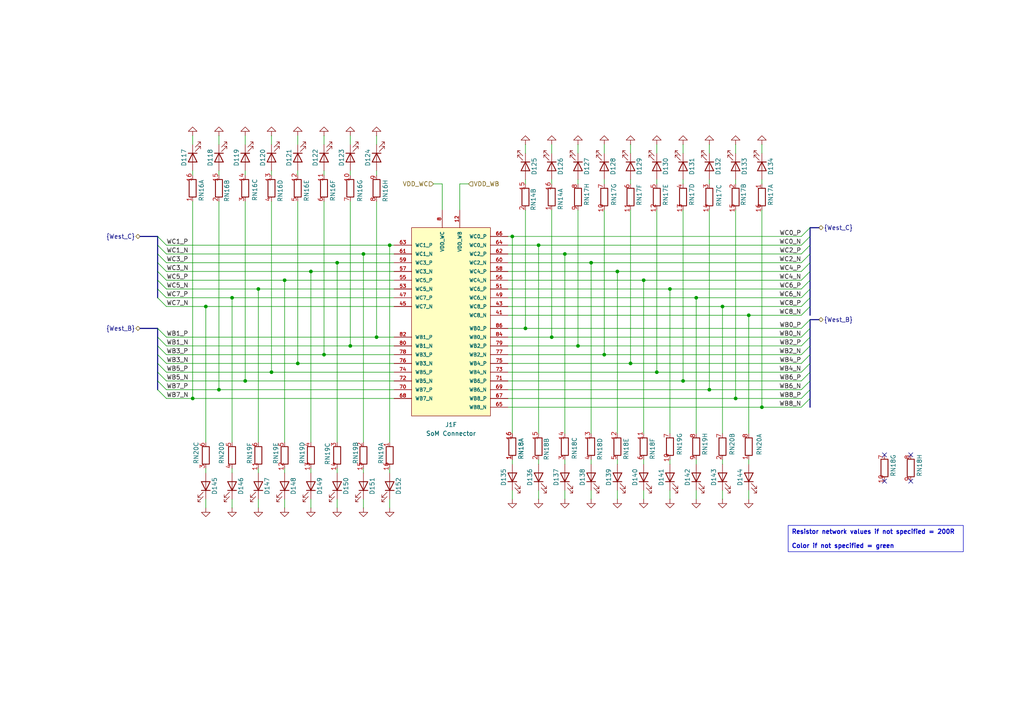
<source format=kicad_sch>
(kicad_sch (version 20231120) (generator "eeschema") (generator_version "8.0")
  (paper "A4")
  (title_block (title "SoM Programmer & Tester") (date "2024-12-20") (rev "0.1") (company "Technische Hochschule Köln") (comment 1 "Felix Sebastian Nitz"))
  (junction (at 167.64 100.33))
  (junction (at 194.31 83.82))
  (junction (at 152.4 95.25))
  (junction (at 74.93 83.82))
  (junction (at 156.21 71.12))
  (junction (at 201.93 86.36))
  (junction (at 71.12 110.49))
  (junction (at 160.02 97.79))
  (junction (at 182.88 105.41))
  (junction (at 148.59 68.58))
  (junction (at 198.12 110.49))
  (junction (at 78.74 107.95))
  (junction (at 186.69 81.28))
  (junction (at 209.55 88.9))
  (junction (at 93.98 102.87))
  (junction (at 63.5 113.03))
  (junction (at 59.69 88.9))
  (junction (at 82.55 81.28))
  (junction (at 55.88 115.57))
  (junction (at 171.45 76.2))
  (junction (at 67.31 86.36))
  (junction (at 105.41 73.66))
  (junction (at 163.83 73.66))
  (junction (at 190.5 107.95))
  (junction (at 109.22 97.79))
  (junction (at 90.17 78.74))
  (junction (at 97.79 76.2))
  (junction (at 217.17 91.44))
  (junction (at 113.03 71.12))
  (junction (at 213.36 115.57))
  (junction (at 175.26 102.87))
  (junction (at 86.36 105.41))
  (junction (at 179.07 78.74))
  (junction (at 220.98 118.11))
  (junction (at 101.6 100.33))
  (junction (at 205.74 113.03))
  (no_connect (at 264.1561 131.9288))
  (no_connect (at 256.5361 139.5488))
  (no_connect (at 256.5361 131.9288))
  (no_connect (at 264.1561 139.5488))
  (bus_entry (at 234.95 68.58) (size -2.54 2.54))
  (bus_entry (at 234.95 71.12) (size -2.54 2.54))
  (bus_entry (at 45.72 110.49) (size 2.54 2.54))
  (bus_entry (at 45.72 97.79) (size 2.54 2.54))
  (bus_entry (at 234.95 95.25) (size -2.54 2.54))
  (bus_entry (at 234.95 105.41) (size -2.54 2.54))
  (bus_entry (at 234.95 107.95) (size -2.54 2.54))
  (bus_entry (at 45.72 107.95) (size 2.54 2.54))
  (bus_entry (at 234.95 76.2) (size -2.54 2.54))
  (bus_entry (at 234.95 102.87) (size -2.54 2.54))
  (bus_entry (at 45.72 100.33) (size 2.54 2.54))
  (bus_entry (at 45.72 83.82) (size 2.54 2.54))
  (bus_entry (at 45.72 105.41) (size 2.54 2.54))
  (bus_entry (at 45.72 78.74) (size 2.54 2.54))
  (bus_entry (at 45.72 113.03) (size 2.54 2.54))
  (bus_entry (at 45.72 76.2) (size 2.54 2.54))
  (bus_entry (at 234.95 100.33) (size -2.54 2.54))
  (bus_entry (at 234.95 78.74) (size -2.54 2.54))
  (bus_entry (at 45.72 81.28) (size 2.54 2.54))
  (bus_entry (at 234.95 86.36) (size -2.54 2.54))
  (bus_entry (at 234.95 113.03) (size -2.54 2.54))
  (bus_entry (at 45.72 73.66) (size 2.54 2.54))
  (bus_entry (at 234.95 88.9) (size -2.54 2.54))
  (bus_entry (at 45.72 102.87) (size 2.54 2.54))
  (bus_entry (at 45.72 95.25) (size 2.54 2.54))
  (bus_entry (at 234.95 97.79) (size -2.54 2.54))
  (bus_entry (at 234.95 115.57) (size -2.54 2.54))
  (bus_entry (at 45.72 68.58) (size 2.54 2.54))
  (bus_entry (at 45.72 86.36) (size 2.54 2.54))
  (bus_entry (at 45.72 71.12) (size 2.54 2.54))
  (bus_entry (at 234.95 92.71) (size -2.54 2.54))
  (bus_entry (at 234.95 66.04) (size -2.54 2.54))
  (bus_entry (at 234.95 83.82) (size -2.54 2.54))
  (bus_entry (at 234.95 81.28) (size -2.54 2.54))
  (bus_entry (at 234.95 110.49) (size -2.54 2.54))
  (bus_entry (at 234.95 73.66) (size -2.54 2.54))
  (bus (pts (xy 45.72 83.82) (xy 45.72 86.36)))
  (wire (pts (xy 160.02 97.79) (xy 160.02 60.96)))
  (wire (pts (xy 160.02 53.34) (xy 160.02 52.07)))
  (wire (pts (xy 90.17 78.74) (xy 114.3 78.74)))
  (wire (pts (xy 220.98 44.45) (xy 220.98 41.91)))
  (bus (pts (xy 45.72 81.28) (xy 45.72 83.82)))
  (wire (pts (xy 171.45 76.2) (xy 232.41 76.2)))
  (wire (pts (xy 67.31 144.78) (xy 67.31 147.32)))
  (wire (pts (xy 113.03 135.89) (xy 113.03 137.16)))
  (wire (pts (xy 205.74 113.03) (xy 232.41 113.03)))
  (wire (pts (xy 71.12 110.49) (xy 71.12 58.42)))
  (wire (pts (xy 213.36 115.57) (xy 213.36 60.96)))
  (wire (pts (xy 97.79 76.2) (xy 97.79 128.27)))
  (wire (pts (xy 109.22 41.91) (xy 109.22 39.37)))
  (wire (pts (xy 171.45 133.35) (xy 171.45 134.62)))
  (wire (pts (xy 175.26 44.45) (xy 175.26 41.91)))
  (wire (pts (xy 152.4 44.45) (xy 152.4 41.91)))
  (bus (pts (xy 45.72 97.79) (xy 45.72 100.33)))
  (wire (pts (xy 209.55 88.9) (xy 209.55 125.73)))
  (wire (pts (xy 82.55 81.28) (xy 82.55 128.27)))
  (wire (pts (xy 160.02 97.79) (xy 232.41 97.79)))
  (wire (pts (xy 220.98 118.11) (xy 220.98 60.96)))
  (wire (pts (xy 163.83 73.66) (xy 163.83 125.73)))
  (wire (pts (xy 160.02 44.45) (xy 160.02 41.91)))
  (wire (pts (xy 109.22 97.79) (xy 109.22 58.42)))
  (wire (pts (xy 156.21 142.24) (xy 156.21 144.78)))
  (wire (pts (xy 201.93 86.36) (xy 201.93 125.73)))
  (wire (pts (xy 125.73 53.34) (xy 128.27 53.34)))
  (wire (pts (xy 163.83 73.66) (xy 232.41 73.66)))
  (wire (pts (xy 182.88 53.34) (xy 182.88 52.07)))
  (wire (pts (xy 190.5 107.95) (xy 190.5 60.96)))
  (wire (pts (xy 82.55 81.28) (xy 114.3 81.28)))
  (bus (pts (xy 45.72 102.87) (xy 45.72 105.41)))
  (wire (pts (xy 152.4 53.34) (xy 152.4 52.07)))
  (wire (pts (xy 179.07 142.24) (xy 179.07 144.78)))
  (wire (pts (xy 90.17 135.89) (xy 90.17 137.16)))
  (bus (pts (xy 234.95 110.49) (xy 234.95 113.03)))
  (wire (pts (xy 133.35 53.34) (xy 135.89 53.34)))
  (wire (pts (xy 201.93 133.35) (xy 201.93 134.62)))
  (wire (pts (xy 93.98 50.8) (xy 93.98 49.53)))
  (bus (pts (xy 45.72 107.95) (xy 45.72 110.49)))
  (wire (pts (xy 156.21 71.12) (xy 156.21 125.73)))
  (wire (pts (xy 147.32 113.03) (xy 205.74 113.03)))
  (wire (pts (xy 167.64 100.33) (xy 167.64 60.96)))
  (wire (pts (xy 48.26 71.12) (xy 113.03 71.12)))
  (wire (pts (xy 90.17 144.78) (xy 90.17 147.32)))
  (wire (pts (xy 55.88 115.57) (xy 55.88 58.42)))
  (bus (pts (xy 234.95 78.74) (xy 234.95 81.28)))
  (wire (pts (xy 48.26 81.28) (xy 82.55 81.28)))
  (wire (pts (xy 48.26 86.36) (xy 67.31 86.36)))
  (wire (pts (xy 209.55 142.24) (xy 209.55 144.78)))
  (wire (pts (xy 105.41 144.78) (xy 105.41 147.32)))
  (wire (pts (xy 156.21 133.35) (xy 156.21 134.62)))
  (wire (pts (xy 190.5 44.45) (xy 190.5 41.91)))
  (wire (pts (xy 175.26 102.87) (xy 175.26 60.96)))
  (wire (pts (xy 190.5 53.34) (xy 190.5 52.07)))
  (wire (pts (xy 213.36 53.34) (xy 213.36 52.07)))
  (bus (pts (xy 237.49 66.04) (xy 234.95 66.04)))
  (wire (pts (xy 167.64 44.45) (xy 167.64 41.91)))
  (wire (pts (xy 48.26 105.41) (xy 86.36 105.41)))
  (wire (pts (xy 59.69 135.89) (xy 59.69 137.16)))
  (wire (pts (xy 86.36 105.41) (xy 114.3 105.41)))
  (bus (pts (xy 45.72 71.12) (xy 45.72 73.66)))
  (wire (pts (xy 82.55 144.78) (xy 82.55 147.32)))
  (wire (pts (xy 147.32 95.25) (xy 152.4 95.25)))
  (wire (pts (xy 148.59 68.58) (xy 148.59 125.73)))
  (wire (pts (xy 101.6 41.91) (xy 101.6 39.37)))
  (bus (pts (xy 234.95 113.03) (xy 234.95 115.57)))
  (bus (pts (xy 234.95 73.66) (xy 234.95 76.2)))
  (wire (pts (xy 186.69 133.35) (xy 186.69 134.62)))
  (wire (pts (xy 86.36 105.41) (xy 86.36 58.42)))
  (wire (pts (xy 148.59 142.24) (xy 148.59 144.78)))
  (bus (pts (xy 45.72 76.2) (xy 45.72 78.74)))
  (wire (pts (xy 101.6 50.8) (xy 101.6 49.53)))
  (wire (pts (xy 205.74 113.03) (xy 205.74 60.96)))
  (bus (pts (xy 234.95 107.95) (xy 234.95 110.49)))
  (wire (pts (xy 205.74 44.45) (xy 205.74 41.91)))
  (wire (pts (xy 147.32 91.44) (xy 217.17 91.44)))
  (wire (pts (xy 48.26 100.33) (xy 101.6 100.33)))
  (bus (pts (xy 234.95 105.41) (xy 234.95 107.95)))
  (wire (pts (xy 186.69 81.28) (xy 232.41 81.28)))
  (bus (pts (xy 45.72 73.66) (xy 45.72 76.2)))
  (wire (pts (xy 147.32 88.9) (xy 209.55 88.9)))
  (bus (pts (xy 234.95 68.58) (xy 234.95 71.12)))
  (bus (pts (xy 234.95 102.87) (xy 234.95 105.41)))
  (wire (pts (xy 220.98 118.11) (xy 232.41 118.11)))
  (bus (pts (xy 45.72 105.41) (xy 45.72 107.95)))
  (bus (pts (xy 234.95 100.33) (xy 234.95 102.87)))
  (wire (pts (xy 147.32 100.33) (xy 167.64 100.33)))
  (wire (pts (xy 194.31 133.35) (xy 194.31 134.62)))
  (wire (pts (xy 105.41 73.66) (xy 114.3 73.66)))
  (wire (pts (xy 147.32 76.2) (xy 171.45 76.2)))
  (wire (pts (xy 194.31 83.82) (xy 232.41 83.82)))
  (bus (pts (xy 40.64 68.58) (xy 45.72 68.58)))
  (wire (pts (xy 113.03 144.78) (xy 113.03 147.32)))
  (wire (pts (xy 63.5 113.03) (xy 114.3 113.03)))
  (wire (pts (xy 152.4 95.25) (xy 152.4 60.96)))
  (wire (pts (xy 109.22 50.8) (xy 109.22 49.53)))
  (wire (pts (xy 78.74 107.95) (xy 114.3 107.95)))
  (wire (pts (xy 109.22 97.79) (xy 114.3 97.79)))
  (wire (pts (xy 67.31 86.36) (xy 114.3 86.36)))
  (wire (pts (xy 101.6 100.33) (xy 101.6 58.42)))
  (wire (pts (xy 86.36 41.91) (xy 86.36 39.37)))
  (wire (pts (xy 48.26 107.95) (xy 78.74 107.95)))
  (bus (pts (xy 234.95 88.9) (xy 234.95 91.44)))
  (wire (pts (xy 147.32 86.36) (xy 201.93 86.36)))
  (bus (pts (xy 234.95 92.71) (xy 234.95 95.25)))
  (wire (pts (xy 205.74 53.34) (xy 205.74 52.07)))
  (wire (pts (xy 201.93 86.36) (xy 232.41 86.36)))
  (bus (pts (xy 234.95 66.04) (xy 234.95 68.58)))
  (wire (pts (xy 48.26 97.79) (xy 109.22 97.79)))
  (bus (pts (xy 45.72 68.58) (xy 45.72 71.12)))
  (wire (pts (xy 97.79 135.89) (xy 97.79 137.16)))
  (wire (pts (xy 198.12 110.49) (xy 198.12 60.96)))
  (wire (pts (xy 147.32 115.57) (xy 213.36 115.57)))
  (bus (pts (xy 234.95 97.79) (xy 234.95 100.33)))
  (wire (pts (xy 101.6 100.33) (xy 114.3 100.33)))
  (wire (pts (xy 78.74 107.95) (xy 78.74 58.42)))
  (wire (pts (xy 147.32 71.12) (xy 156.21 71.12)))
  (wire (pts (xy 48.26 102.87) (xy 93.98 102.87)))
  (wire (pts (xy 86.36 50.8) (xy 86.36 49.53)))
  (wire (pts (xy 105.41 135.89) (xy 105.41 137.16)))
  (wire (pts (xy 147.32 110.49) (xy 198.12 110.49)))
  (wire (pts (xy 156.21 71.12) (xy 232.41 71.12)))
  (wire (pts (xy 186.69 142.24) (xy 186.69 144.78)))
  (wire (pts (xy 74.93 144.78) (xy 74.93 147.32)))
  (wire (pts (xy 74.93 135.89) (xy 74.93 137.16)))
  (wire (pts (xy 71.12 41.91) (xy 71.12 39.37)))
  (bus (pts (xy 234.95 76.2) (xy 234.95 78.74)))
  (bus (pts (xy 234.95 115.57) (xy 234.95 118.11)))
  (wire (pts (xy 90.17 78.74) (xy 90.17 128.27)))
  (wire (pts (xy 93.98 102.87) (xy 93.98 58.42)))
  (wire (pts (xy 217.17 91.44) (xy 217.17 125.73)))
  (bus (pts (xy 237.49 92.71) (xy 234.95 92.71)))
  (wire (pts (xy 78.74 41.91) (xy 78.74 39.37)))
  (wire (pts (xy 148.59 68.58) (xy 232.41 68.58)))
  (wire (pts (xy 48.26 88.9) (xy 59.69 88.9)))
  (wire (pts (xy 198.12 53.34) (xy 198.12 52.07)))
  (bus (pts (xy 45.72 95.25) (xy 45.72 97.79)))
  (bus (pts (xy 234.95 95.25) (xy 234.95 97.79)))
  (wire (pts (xy 198.12 44.45) (xy 198.12 41.91)))
  (wire (pts (xy 128.27 53.34) (xy 128.27 60.96)))
  (wire (pts (xy 201.93 142.24) (xy 201.93 144.78)))
  (wire (pts (xy 147.32 97.79) (xy 160.02 97.79)))
  (bus (pts (xy 234.95 86.36) (xy 234.95 88.9)))
  (wire (pts (xy 48.26 110.49) (xy 71.12 110.49)))
  (wire (pts (xy 179.07 78.74) (xy 232.41 78.74)))
  (wire (pts (xy 171.45 76.2) (xy 171.45 125.73)))
  (wire (pts (xy 97.79 144.78) (xy 97.79 147.32)))
  (wire (pts (xy 63.5 41.91) (xy 63.5 39.37)))
  (wire (pts (xy 48.26 115.57) (xy 55.88 115.57)))
  (wire (pts (xy 209.55 133.35) (xy 209.55 134.62)))
  (wire (pts (xy 147.32 83.82) (xy 194.31 83.82)))
  (wire (pts (xy 182.88 44.45) (xy 182.88 41.91)))
  (wire (pts (xy 147.32 68.58) (xy 148.59 68.58)))
  (wire (pts (xy 67.31 135.89) (xy 67.31 137.16)))
  (wire (pts (xy 59.69 88.9) (xy 114.3 88.9)))
  (wire (pts (xy 198.12 110.49) (xy 232.41 110.49)))
  (wire (pts (xy 182.88 105.41) (xy 232.41 105.41)))
  (wire (pts (xy 152.4 95.25) (xy 232.41 95.25)))
  (wire (pts (xy 133.35 53.34) (xy 133.35 60.96)))
  (wire (pts (xy 63.5 50.8) (xy 63.5 49.53)))
  (wire (pts (xy 147.32 107.95) (xy 190.5 107.95)))
  (wire (pts (xy 67.31 86.36) (xy 67.31 128.27)))
  (wire (pts (xy 209.55 88.9) (xy 232.41 88.9)))
  (wire (pts (xy 175.26 53.34) (xy 175.26 52.07)))
  (wire (pts (xy 220.98 53.34) (xy 220.98 52.07)))
  (bus (pts (xy 45.72 110.49) (xy 45.72 113.03)))
  (wire (pts (xy 171.45 142.24) (xy 171.45 144.78)))
  (wire (pts (xy 74.93 83.82) (xy 74.93 128.27)))
  (wire (pts (xy 55.88 41.91) (xy 55.88 39.37)))
  (wire (pts (xy 217.17 133.35) (xy 217.17 134.62)))
  (wire (pts (xy 71.12 50.8) (xy 71.12 49.53)))
  (wire (pts (xy 113.03 71.12) (xy 114.3 71.12)))
  (wire (pts (xy 48.26 83.82) (xy 74.93 83.82)))
  (wire (pts (xy 194.31 83.82) (xy 194.31 125.73)))
  (wire (pts (xy 55.88 50.8) (xy 55.88 49.53)))
  (wire (pts (xy 59.69 144.78) (xy 59.69 147.32)))
  (wire (pts (xy 217.17 91.44) (xy 232.41 91.44)))
  (bus (pts (xy 45.72 100.33) (xy 45.72 102.87)))
  (wire (pts (xy 213.36 115.57) (xy 232.41 115.57)))
  (wire (pts (xy 93.98 102.87) (xy 114.3 102.87)))
  (wire (pts (xy 97.79 76.2) (xy 114.3 76.2)))
  (wire (pts (xy 147.32 105.41) (xy 182.88 105.41)))
  (wire (pts (xy 194.31 142.24) (xy 194.31 144.78)))
  (wire (pts (xy 74.93 83.82) (xy 114.3 83.82)))
  (wire (pts (xy 147.32 81.28) (xy 186.69 81.28)))
  (wire (pts (xy 48.26 113.03) (xy 63.5 113.03)))
  (wire (pts (xy 78.74 50.8) (xy 78.74 49.53)))
  (wire (pts (xy 163.83 142.24) (xy 163.83 144.78)))
  (wire (pts (xy 182.88 105.41) (xy 182.88 60.96)))
  (wire (pts (xy 93.98 41.91) (xy 93.98 39.37)))
  (wire (pts (xy 48.26 73.66) (xy 105.41 73.66)))
  (wire (pts (xy 217.17 142.24) (xy 217.17 144.78)))
  (wire (pts (xy 163.83 133.35) (xy 163.83 134.62)))
  (wire (pts (xy 186.69 81.28) (xy 186.69 125.73)))
  (wire (pts (xy 147.32 102.87) (xy 175.26 102.87)))
  (wire (pts (xy 148.59 133.35) (xy 148.59 134.62)))
  (wire (pts (xy 48.26 76.2) (xy 97.79 76.2)))
  (wire (pts (xy 190.5 107.95) (xy 232.41 107.95)))
  (wire (pts (xy 59.69 88.9) (xy 59.69 128.27)))
  (bus (pts (xy 45.72 78.74) (xy 45.72 81.28)))
  (wire (pts (xy 167.64 100.33) (xy 232.41 100.33)))
  (wire (pts (xy 113.03 71.12) (xy 113.03 128.27)))
  (bus (pts (xy 234.95 71.12) (xy 234.95 73.66)))
  (bus (pts (xy 234.95 83.82) (xy 234.95 86.36)))
  (wire (pts (xy 48.26 78.74) (xy 90.17 78.74)))
  (wire (pts (xy 213.36 44.45) (xy 213.36 41.91)))
  (wire (pts (xy 179.07 133.35) (xy 179.07 134.62)))
  (wire (pts (xy 82.55 135.89) (xy 82.55 137.16)))
  (wire (pts (xy 147.32 73.66) (xy 163.83 73.66)))
  (bus (pts (xy 234.95 81.28) (xy 234.95 83.82)))
  (wire (pts (xy 175.26 102.87) (xy 232.41 102.87)))
  (wire (pts (xy 147.32 78.74) (xy 179.07 78.74)))
  (wire (pts (xy 71.12 110.49) (xy 114.3 110.49)))
  (wire (pts (xy 63.5 113.03) (xy 63.5 58.42)))
  (wire (pts (xy 147.32 118.11) (xy 220.98 118.11)))
  (wire (pts (xy 167.64 53.34) (xy 167.64 52.07)))
  (wire (pts (xy 105.41 73.66) (xy 105.41 128.27)))
  (wire (pts (xy 55.88 115.57) (xy 114.3 115.57)))
  (wire (pts (xy 179.07 78.74) (xy 179.07 125.73)))
  (bus (pts (xy 40.64 95.25) (xy 45.72 95.25)))
  (text_box "Resistor network values if not specified = 200R\n\nColor if not specified = green" (at 228.6 152.4 0) (size 50.8 7.62) (effects (font (size 1.27 1.27) (thickness 0.254) (bold yes)) (justify left)))
  (label "WC3_N" (at 48.26 78.74 0))
  (label "WB0_P" (at 232.41 95.25 180))
  (label "WC1_N" (at 48.26 73.66 0))
  (label "WB5_N" (at 48.26 110.49 0))
  (label "WC7_P" (at 48.26 86.36 0))
  (label "WB7_N" (at 48.26 115.57 0))
  (label "WB3_N" (at 48.26 105.41 0))
  (label "WB1_P" (at 48.26 97.79 0))
  (label "WC8_N" (at 232.41 91.44 180))
  (label "WC1_P" (at 48.26 71.12 0))
  (label "WB0_N" (at 232.41 97.79 180))
  (label "WC0_N" (at 232.41 71.12 180))
  (label "WC7_N" (at 48.26 88.9 0))
  (label "WC2_N" (at 232.41 76.2 180))
  (label "WB6_N" (at 232.41 113.03 180))
  (label "WC4_P" (at 232.41 78.74 180))
  (label "WB4_P" (at 232.41 105.41 180))
  (label "WC6_P" (at 232.41 83.82 180))
  (label "WB6_P" (at 232.41 110.49 180))
  (label "WC5_P" (at 48.26 81.28 0))
  (label "WB3_P" (at 48.26 102.87 0))
  (label "WB2_N" (at 232.41 102.87 180))
  (label "WC5_N" (at 48.26 83.82 0))
  (label "WB1_N" (at 48.26 100.33 0))
  (label "WC6_N" (at 232.41 86.36 180))
  (label "WC3_P" (at 48.26 76.2 0))
  (label "WB2_P" (at 232.41 100.33 180))
  (label "WC0_P" (at 232.41 68.58 180))
  (label "WB7_P" (at 48.26 113.03 0))
  (label "WB8_P" (at 232.41 115.57 180))
  (label "WC8_P" (at 232.41 88.9 180))
  (label "WB5_P" (at 48.26 107.95 0))
  (label "WC2_P" (at 232.41 73.66 180))
  (label "WC4_N" (at 232.41 81.28 180))
  (label "WB4_N" (at 232.41 107.95 180))
  (label "WB8_N" (at 232.41 118.11 180))
  (hierarchical_label "{West_C}" (shape bidirectional) (at 237.49 66.04 0))
  (hierarchical_label "VDD_WC" (shape input) (at 125.73 53.34 180))
  (hierarchical_label "{West_C}" (shape bidirectional) (at 40.64 68.58 180))
  (hierarchical_label "{West_B}" (shape bidirectional) (at 40.64 95.25 180))
  (hierarchical_label "VDD_WB" (shape input) (at 135.89 53.34 0))
  (hierarchical_label "{West_B}" (shape bidirectional) (at 237.49 92.71 0))
  (symbol (lib_id "Device:LED") (at 93.98 45.72 90) (mirror x) (unit 1)
    (property "Reference" "D122" (at 91.44 45.72 0))
    (property "Value" "Green" (effects (hide yes)))
    (property "Footprint" "LED_SMD:LED_0603_1608Metric" (effects (hide yes)))
    (property "Description" "Light emitting diode" (effects (hide yes)))
    (property "Mouser Part Number" "710-150060VS75000" (effects (hide yes)))
  )
  (symbol (lib_id "power:GND") (at 86.36 39.37 0) (mirror x) (unit 1)
    (property "Reference" "#PWR0130" (effects (hide yes)))
    (property "Value" "GND" (effects (hide yes)))
    (property "Description" "Power symbol creates a global label with name \"GND\" , ground" (effects (hide yes)))
  )
  (symbol (lib_id "Device:R_Pack08_Split") (at 101.6 54.61 0) (mirror y) (unit 7)
    (property "Reference" "RN16" (at 104.394 52.07 90) (effects (justify right)))
    (property "Value" "200R" (effects (hide yes)))
    (property "Footprint" "Resistor_SMD:R_Array_Convex_8x0602" (effects (hide yes)))
    (property "Description" "8 resistor network, parallel topology, split" (effects (hide yes)))
    (property "Mouser Part Number" "667-EXB-2HV201JV" (effects (hide yes)))
  )
  (symbol (lib_id "Device:LED") (at 78.74 45.72 90) (mirror x) (unit 1)
    (property "Reference" "D120" (at 76.2 45.72 0))
    (property "Value" "Green" (effects (hide yes)))
    (property "Footprint" "LED_SMD:LED_0603_1608Metric" (effects (hide yes)))
    (property "Description" "Light emitting diode" (effects (hide yes)))
    (property "Mouser Part Number" "710-150060VS75000" (effects (hide yes)))
  )
  (symbol (lib_id "Device:R_Pack08_Split") (at 264.1561 135.7388 180) (unit 8)
    (property "Reference" "RN18" (at 266.6961 138.2788 90) (effects (justify right)))
    (property "Value" "200R" (effects (hide yes)))
    (property "Footprint" "Resistor_SMD:R_Array_Convex_8x0602" (effects (hide yes)))
    (property "Description" "8 resistor network, parallel topology, split" (effects (hide yes)))
    (property "Mouser Part Number" "667-EXB-2HV201JV" (effects (hide yes)))
  )
  (symbol (lib_id "power:GND") (at 71.12 39.37 0) (mirror x) (unit 1)
    (property "Reference" "#PWR0128" (effects (hide yes)))
    (property "Value" "GND" (effects (hide yes)))
    (property "Description" "Power symbol creates a global label with name \"GND\" , ground" (effects (hide yes)))
  )
  (symbol (lib_id "power:GND") (at 78.74 39.37 0) (mirror x) (unit 1)
    (property "Reference" "#PWR0129" (effects (hide yes)))
    (property "Value" "GND" (effects (hide yes)))
    (property "Description" "Power symbol creates a global label with name \"GND\" , ground" (effects (hide yes)))
  )
  (symbol (lib_id "Device:R_Pack04_Split") (at 59.69 132.08 0) (mirror y) (unit 3)
    (property "Reference" "RN20" (at 56.896 134.62 90) (effects (justify left)))
    (property "Value" "200R" (effects (hide yes)))
    (property "Footprint" "Resistor_SMD:R_Array_Convex_4x0603" (effects (hide yes)))
    (property "Description" "4 resistor network, parallel topology, split" (effects (hide yes)))
    (property "Mouser Part Number" "667-EXB-38V201JV" (effects (hide yes)))
  )
  (symbol (lib_id "power:GND") (at 186.69 144.78 0) (unit 1)
    (property "Reference" "#PWR0149" (effects (hide yes)))
    (property "Value" "GND" (effects (hide yes)))
    (property "Description" "Power symbol creates a global label with name \"GND\" , ground" (effects (hide yes)))
  )
  (symbol (lib_id "Device:R_Pack04_Split") (at 209.55 129.54 0) (unit 2)
    (property "Reference" "RN20" (at 212.344 132.08 90) (effects (justify left)))
    (property "Value" "200R" (effects (hide yes)))
    (property "Footprint" "Resistor_SMD:R_Array_Convex_4x0603" (effects (hide yes)))
    (property "Description" "4 resistor network, parallel topology, split" (effects (hide yes)))
    (property "Mouser Part Number" "667-EXB-38V201JV" (effects (hide yes)))
  )
  (symbol (lib_id "Device:LED") (at 186.69 138.43 90) (unit 1)
    (property "Reference" "D140" (at 184.15 138.43 0))
    (property "Value" "Green" (effects (hide yes)))
    (property "Footprint" "LED_SMD:LED_0603_1608Metric" (effects (hide yes)))
    (property "Description" "Light emitting diode" (effects (hide yes)))
    (property "Mouser Part Number" "710-150060VS75000" (effects (hide yes)))
  )
  (symbol (lib_id "power:GND") (at 175.26 41.91 180) (unit 1)
    (property "Reference" "#PWR0137" (effects (hide yes)))
    (property "Value" "GND" (effects (hide yes)))
    (property "Description" "Power symbol creates a global label with name \"GND\" , ground" (effects (hide yes)))
  )
  (symbol (lib_id "Device:R_Pack08_Split") (at 190.5 57.15 180) (unit 5)
    (property "Reference" "RN17" (at 193.04 59.69 90) (effects (justify right)))
    (property "Value" "200R" (effects (hide yes)))
    (property "Footprint" "Resistor_SMD:R_Array_Convex_8x0602" (effects (hide yes)))
    (property "Description" "8 resistor network, parallel topology, split" (effects (hide yes)))
    (property "Mouser Part Number" "667-EXB-2HV201JV" (effects (hide yes)))
  )
  (symbol (lib_id "Device:LED") (at 198.12 48.26 270) (unit 1)
    (property "Reference" "D131" (at 200.66 48.26 0))
    (property "Value" "Green" (effects (hide yes)))
    (property "Footprint" "LED_SMD:LED_0603_1608Metric" (effects (hide yes)))
    (property "Description" "Light emitting diode" (effects (hide yes)))
    (property "Mouser Part Number" "710-150060VS75000" (effects (hide yes)))
  )
  (symbol (lib_id "Device:R_Pack08_Split") (at 93.98 54.61 0) (mirror y) (unit 6)
    (property "Reference" "RN16" (at 96.52 52.07 90) (effects (justify right)))
    (property "Value" "200R" (effects (hide yes)))
    (property "Footprint" "Resistor_SMD:R_Array_Convex_8x0602" (effects (hide yes)))
    (property "Description" "8 resistor network, parallel topology, split" (effects (hide yes)))
    (property "Mouser Part Number" "667-EXB-2HV201JV" (effects (hide yes)))
  )
  (symbol (lib_id "Device:R_Pack08_Split") (at 163.83 129.54 0) (mirror y) (unit 3)
    (property "Reference" "RN18" (at 166.624 126.746 90) (effects (justify right)))
    (property "Value" "200R" (effects (hide yes)))
    (property "Footprint" "Resistor_SMD:R_Array_Convex_8x0602" (effects (hide yes)))
    (property "Description" "8 resistor network, parallel topology, split" (effects (hide yes)))
    (property "Mouser Part Number" "667-EXB-2HV201JV" (effects (hide yes)))
  )
  (symbol (lib_id "power:GND") (at 109.22 39.37 0) (mirror x) (unit 1)
    (property "Reference" "#PWR0133" (effects (hide yes)))
    (property "Value" "GND" (effects (hide yes)))
    (property "Description" "Power symbol creates a global label with name \"GND\" , ground" (effects (hide yes)))
  )
  (symbol (lib_id "power:GND") (at 105.41 147.32 0) (mirror y) (unit 1)
    (property "Reference" "#PWR0160" (effects (hide yes)))
    (property "Value" "GND" (effects (hide yes)))
    (property "Description" "Power symbol creates a global label with name \"GND\" , ground" (effects (hide yes)))
  )
  (symbol (lib_id "Device:LED") (at 105.41 140.97 270) (mirror x) (unit 1)
    (property "Reference" "D151" (at 107.95 140.97 0))
    (property "Value" "Green" (effects (hide yes)))
    (property "Footprint" "LED_SMD:LED_0603_1608Metric" (effects (hide yes)))
    (property "Description" "Light emitting diode" (effects (hide yes)))
    (property "Mouser Part Number" "710-150060VS75000" (effects (hide yes)))
  )
  (symbol (lib_id "Device:LED") (at 63.5 45.72 90) (mirror x) (unit 1)
    (property "Reference" "D118" (at 60.96 45.72 0))
    (property "Value" "Green" (effects (hide yes)))
    (property "Footprint" "LED_SMD:LED_0603_1608Metric" (effects (hide yes)))
    (property "Description" "Light emitting diode" (effects (hide yes)))
    (property "Mouser Part Number" "710-150060VS75000" (effects (hide yes)))
  )
  (symbol (lib_id "power:GND") (at 156.21 144.78 0) (unit 1)
    (property "Reference" "#PWR0145" (effects (hide yes)))
    (property "Value" "GND" (effects (hide yes)))
    (property "Description" "Power symbol creates a global label with name \"GND\" , ground" (effects (hide yes)))
  )
  (symbol (lib_id "Device:R_Pack08_Split") (at 74.93 132.08 0) (mirror x) (unit 6)
    (property "Reference" "RN19" (at 72.39 134.62 90) (effects (justify right)))
    (property "Value" "200R" (effects (hide yes)))
    (property "Footprint" "Resistor_SMD:R_Array_Convex_8x0602" (effects (hide yes)))
    (property "Description" "8 resistor network, parallel topology, split" (effects (hide yes)))
    (property "Mouser Part Number" "667-EXB-2HV201JV" (effects (hide yes)))
  )
  (symbol (lib_id "Device:LED") (at 205.74 48.26 270) (unit 1)
    (property "Reference" "D132" (at 208.28 48.26 0))
    (property "Value" "Green" (effects (hide yes)))
    (property "Footprint" "LED_SMD:LED_0603_1608Metric" (effects (hide yes)))
    (property "Description" "Light emitting diode" (effects (hide yes)))
    (property "Mouser Part Number" "710-150060VS75000" (effects (hide yes)))
  )
  (symbol (lib_id "power:GND") (at 220.98 41.91 180) (unit 1)
    (property "Reference" "#PWR0143" (effects (hide yes)))
    (property "Value" "GND" (effects (hide yes)))
    (property "Description" "Power symbol creates a global label with name \"GND\" , ground" (effects (hide yes)))
  )
  (symbol (lib_id "Device:LED") (at 171.45 138.43 90) (unit 1)
    (property "Reference" "D138" (at 168.91 138.43 0))
    (property "Value" "Green" (effects (hide yes)))
    (property "Footprint" "LED_SMD:LED_0603_1608Metric" (effects (hide yes)))
    (property "Description" "Light emitting diode" (effects (hide yes)))
    (property "Mouser Part Number" "710-150060VS75000" (effects (hide yes)))
  )
  (symbol (lib_id "Device:R_Pack08_Split") (at 86.36 54.61 0) (mirror y) (unit 5)
    (property "Reference" "RN16" (at 88.9 52.07 90) (effects (justify right)))
    (property "Value" "200R" (effects (hide yes)))
    (property "Footprint" "Resistor_SMD:R_Array_Convex_8x0602" (effects (hide yes)))
    (property "Description" "8 resistor network, parallel topology, split" (effects (hide yes)))
    (property "Mouser Part Number" "667-EXB-2HV201JV" (effects (hide yes)))
  )
  (symbol (lib_id "power:GND") (at 152.4 41.91 180) (unit 1)
    (property "Reference" "#PWR0134" (effects (hide yes)))
    (property "Value" "GND" (effects (hide yes)))
    (property "Description" "Power symbol creates a global label with name \"GND\" , ground" (effects (hide yes)))
  )
  (symbol (lib_id "Device:LED") (at 182.88 48.26 270) (unit 1)
    (property "Reference" "D129" (at 185.42 48.26 0))
    (property "Value" "Green" (effects (hide yes)))
    (property "Footprint" "LED_SMD:LED_0603_1608Metric" (effects (hide yes)))
    (property "Description" "Light emitting diode" (effects (hide yes)))
    (property "Mouser Part Number" "710-150060VS75000" (effects (hide yes)))
  )
  (symbol (lib_id "power:GND") (at 93.98 39.37 0) (mirror x) (unit 1)
    (property "Reference" "#PWR0131" (effects (hide yes)))
    (property "Value" "GND" (effects (hide yes)))
    (property "Description" "Power symbol creates a global label with name \"GND\" , ground" (effects (hide yes)))
  )
  (symbol (lib_id "power:GND") (at 82.55 147.32 0) (mirror y) (unit 1)
    (property "Reference" "#PWR0157" (effects (hide yes)))
    (property "Value" "GND" (effects (hide yes)))
    (property "Description" "Power symbol creates a global label with name \"GND\" , ground" (effects (hide yes)))
  )
  (symbol (lib_id "power:GND") (at 205.74 41.91 180) (unit 1)
    (property "Reference" "#PWR0141" (effects (hide yes)))
    (property "Value" "GND" (effects (hide yes)))
    (property "Description" "Power symbol creates a global label with name \"GND\" , ground" (effects (hide yes)))
  )
  (symbol (lib_id "Device:R_Pack08_Split") (at 63.5 54.61 0) (mirror y) (unit 2)
    (property "Reference" "RN16" (at 65.786 52.07 90) (effects (justify right)))
    (property "Value" "200R" (effects (hide yes)))
    (property "Footprint" "Resistor_SMD:R_Array_Convex_8x0602" (effects (hide yes)))
    (property "Description" "8 resistor network, parallel topology, split" (effects (hide yes)))
    (property "Mouser Part Number" "667-EXB-2HV201JV" (effects (hide yes)))
  )
  (symbol (lib_id "power:GND") (at 160.02 41.91 180) (unit 1)
    (property "Reference" "#PWR0135" (effects (hide yes)))
    (property "Value" "GND" (effects (hide yes)))
    (property "Description" "Power symbol creates a global label with name \"GND\" , ground" (effects (hide yes)))
  )
  (symbol (lib_id "Device:R_Pack08_Split") (at 113.03 132.08 0) (mirror x) (unit 1)
    (property "Reference" "RN19" (at 110.49 134.62 90) (effects (justify right)))
    (property "Value" "200R" (effects (hide yes)))
    (property "Footprint" "Resistor_SMD:R_Array_Convex_8x0602" (effects (hide yes)))
    (property "Description" "8 resistor network, parallel topology, split" (effects (hide yes)))
    (property "Mouser Part Number" "667-EXB-2HV201JV" (effects (hide yes)))
  )
  (symbol (lib_id "Device:LED") (at 194.31 138.43 90) (unit 1)
    (property "Reference" "D141" (at 191.77 138.43 0))
    (property "Value" "Green" (effects (hide yes)))
    (property "Footprint" "LED_SMD:LED_0603_1608Metric" (effects (hide yes)))
    (property "Description" "Light emitting diode" (effects (hide yes)))
    (property "Mouser Part Number" "710-150060VS75000" (effects (hide yes)))
  )
  (symbol (lib_id "power:GND") (at 55.88 39.37 0) (mirror x) (unit 1)
    (property "Reference" "#PWR0126" (effects (hide yes)))
    (property "Value" "GND" (effects (hide yes)))
    (property "Description" "Power symbol creates a global label with name \"GND\" , ground" (effects (hide yes)))
  )
  (symbol (lib_id "Device:R_Pack08_Split") (at 97.79 132.08 0) (mirror x) (unit 3)
    (property "Reference" "RN19" (at 94.996 134.874 90) (effects (justify right)))
    (property "Value" "200R" (effects (hide yes)))
    (property "Footprint" "Resistor_SMD:R_Array_Convex_8x0602" (effects (hide yes)))
    (property "Description" "8 resistor network, parallel topology, split" (effects (hide yes)))
    (property "Mouser Part Number" "667-EXB-2HV201JV" (effects (hide yes)))
  )
  (symbol (lib_id "power:GND") (at 182.88 41.91 180) (unit 1)
    (property "Reference" "#PWR0138" (effects (hide yes)))
    (property "Value" "GND" (effects (hide yes)))
    (property "Description" "Power symbol creates a global label with name \"GND\" , ground" (effects (hide yes)))
  )
  (symbol (lib_id "Device:R_Pack08_Split") (at 186.69 129.54 0) (mirror y) (unit 6)
    (property "Reference" "RN18" (at 189.23 127 90) (effects (justify right)))
    (property "Value" "200R" (effects (hide yes)))
    (property "Footprint" "Resistor_SMD:R_Array_Convex_8x0602" (effects (hide yes)))
    (property "Description" "8 resistor network, parallel topology, split" (effects (hide yes)))
    (property "Mouser Part Number" "667-EXB-2HV201JV" (effects (hide yes)))
  )
  (symbol (lib_id "power:GND") (at 74.93 147.32 0) (mirror y) (unit 1)
    (property "Reference" "#PWR0156" (effects (hide yes)))
    (property "Value" "GND" (effects (hide yes)))
    (property "Description" "Power symbol creates a global label with name \"GND\" , ground" (effects (hide yes)))
  )
  (symbol (lib_id "Device:LED") (at 156.21 138.43 90) (unit 1)
    (property "Reference" "D136" (at 153.67 138.43 0))
    (property "Value" "Green" (effects (hide yes)))
    (property "Footprint" "LED_SMD:LED_0603_1608Metric" (effects (hide yes)))
    (property "Description" "Light emitting diode" (effects (hide yes)))
    (property "Mouser Part Number" "710-150060VS75000" (effects (hide yes)))
  )
  (symbol (lib_id "Device:LED") (at 175.26 48.26 270) (unit 1)
    (property "Reference" "D128" (at 177.8 48.26 0))
    (property "Value" "Green" (effects (hide yes)))
    (property "Footprint" "LED_SMD:LED_0603_1608Metric" (effects (hide yes)))
    (property "Description" "Light emitting diode" (effects (hide yes)))
    (property "Mouser Part Number" "710-150060VS75000" (effects (hide yes)))
  )
  (symbol (lib_id "Device:R_Pack08_Split") (at 82.55 132.08 0) (mirror x) (unit 5)
    (property "Reference" "RN19" (at 80.01 134.62 90) (effects (justify right)))
    (property "Value" "200R" (effects (hide yes)))
    (property "Footprint" "Resistor_SMD:R_Array_Convex_8x0602" (effects (hide yes)))
    (property "Description" "8 resistor network, parallel topology, split" (effects (hide yes)))
    (property "Mouser Part Number" "667-EXB-2HV201JV" (effects (hide yes)))
  )
  (symbol (lib_id "Device:LED") (at 167.64 48.26 270) (unit 1)
    (property "Reference" "D127" (at 170.18 48.26 0))
    (property "Value" "Green" (effects (hide yes)))
    (property "Footprint" "LED_SMD:LED_0603_1608Metric" (effects (hide yes)))
    (property "Description" "Light emitting diode" (effects (hide yes)))
    (property "Mouser Part Number" "710-150060VS75000" (effects (hide yes)))
  )
  (symbol (lib_id "Device:LED") (at 86.36 45.72 90) (mirror x) (unit 1)
    (property "Reference" "D121" (at 83.82 45.72 0))
    (property "Value" "Green" (effects (hide yes)))
    (property "Footprint" "LED_SMD:LED_0603_1608Metric" (effects (hide yes)))
    (property "Description" "Light emitting diode" (effects (hide yes)))
    (property "Mouser Part Number" "710-150060VS75000" (effects (hide yes)))
  )
  (symbol (lib_id "Device:R_Pack08_Split") (at 182.88 57.15 180) (unit 6)
    (property "Reference" "RN17" (at 185.42 59.69 90) (effects (justify right)))
    (property "Value" "200R" (effects (hide yes)))
    (property "Footprint" "Resistor_SMD:R_Array_Convex_8x0602" (effects (hide yes)))
    (property "Description" "8 resistor network, parallel topology, split" (effects (hide yes)))
    (property "Mouser Part Number" "667-EXB-2HV201JV" (effects (hide yes)))
  )
  (symbol (lib_id "Device:LED") (at 148.59 138.43 90) (unit 1)
    (property "Reference" "D135" (at 146.05 138.43 0))
    (property "Value" "Green" (effects (hide yes)))
    (property "Footprint" "LED_SMD:LED_0603_1608Metric" (effects (hide yes)))
    (property "Description" "Light emitting diode" (effects (hide yes)))
    (property "Mouser Part Number" "710-150060VS75000" (effects (hide yes)))
  )
  (symbol (lib_id "Device:R_Pack08_Split") (at 156.21 129.54 0) (mirror y) (unit 2)
    (property "Reference" "RN18" (at 158.496 127 90) (effects (justify right)))
    (property "Value" "200R" (effects (hide yes)))
    (property "Footprint" "Resistor_SMD:R_Array_Convex_8x0602" (effects (hide yes)))
    (property "Description" "8 resistor network, parallel topology, split" (effects (hide yes)))
    (property "Mouser Part Number" "667-EXB-2HV201JV" (effects (hide yes)))
  )
  (symbol (lib_id "power:GND") (at 90.17 147.32 0) (mirror y) (unit 1)
    (property "Reference" "#PWR0158" (effects (hide yes)))
    (property "Value" "GND" (effects (hide yes)))
    (property "Description" "Power symbol creates a global label with name \"GND\" , ground" (effects (hide yes)))
  )
  (symbol (lib_id "Device:R_Pack08_Split") (at 198.12 57.15 180) (unit 4)
    (property "Reference" "RN17" (at 200.66 59.69 90) (effects (justify right)))
    (property "Value" "200R" (effects (hide yes)))
    (property "Footprint" "Resistor_SMD:R_Array_Convex_8x0602" (effects (hide yes)))
    (property "Description" "8 resistor network, parallel topology, split" (effects (hide yes)))
    (property "Mouser Part Number" "667-EXB-2HV201JV" (effects (hide yes)))
  )
  (symbol (lib_id "power:GND") (at 113.03 147.32 0) (mirror y) (unit 1)
    (property "Reference" "#PWR0161" (effects (hide yes)))
    (property "Value" "GND" (effects (hide yes)))
    (property "Description" "Power symbol creates a global label with name \"GND\" , ground" (effects (hide yes)))
  )
  (symbol (lib_id "Device:R_Pack08_Split") (at 194.31 129.54 180) (unit 7)
    (property "Reference" "RN19" (at 197.104 132.08 90) (effects (justify right)))
    (property "Value" "200R" (effects (hide yes)))
    (property "Footprint" "Resistor_SMD:R_Array_Convex_8x0602" (effects (hide yes)))
    (property "Description" "8 resistor network, parallel topology, split" (effects (hide yes)))
    (property "Mouser Part Number" "667-EXB-2HV201JV" (effects (hide yes)))
  )
  (symbol (lib_id "Device:R_Pack08_Split") (at 256.5361 135.7388 180) (unit 7)
    (property "Reference" "RN18" (at 259.0761 138.2788 90) (effects (justify right)))
    (property "Value" "200R" (effects (hide yes)))
    (property "Footprint" "Resistor_SMD:R_Array_Convex_8x0602" (effects (hide yes)))
    (property "Description" "8 resistor network, parallel topology, split" (effects (hide yes)))
    (property "Mouser Part Number" "667-EXB-2HV201JV" (effects (hide yes)))
  )
  (symbol (lib_id "Device:LED") (at 67.31 140.97 270) (mirror x) (unit 1)
    (property "Reference" "D146" (at 69.85 140.97 0))
    (property "Value" "Green" (effects (hide yes)))
    (property "Footprint" "LED_SMD:LED_0603_1608Metric" (effects (hide yes)))
    (property "Description" "Light emitting diode" (effects (hide yes)))
    (property "Mouser Part Number" "710-150060VS75000" (effects (hide yes)))
  )
  (symbol (lib_id "Device:LED") (at 163.83 138.43 90) (unit 1)
    (property "Reference" "D137" (at 161.29 138.43 0))
    (property "Value" "Green" (effects (hide yes)))
    (property "Footprint" "LED_SMD:LED_0603_1608Metric" (effects (hide yes)))
    (property "Description" "Light emitting diode" (effects (hide yes)))
    (property "Mouser Part Number" "710-150060VS75000" (effects (hide yes)))
  )
  (symbol (lib_id "Device:LED") (at 59.69 140.97 270) (mirror x) (unit 1)
    (property "Reference" "D145" (at 62.23 140.97 0))
    (property "Value" "Green" (effects (hide yes)))
    (property "Footprint" "LED_SMD:LED_0603_1608Metric" (effects (hide yes)))
    (property "Description" "Light emitting diode" (effects (hide yes)))
    (property "Mouser Part Number" "710-150060VS75000" (effects (hide yes)))
  )
  (symbol (lib_id "power:GND") (at 101.6 39.37 0) (mirror x) (unit 1)
    (property "Reference" "#PWR0132" (effects (hide yes)))
    (property "Value" "GND" (effects (hide yes)))
    (property "Description" "Power symbol creates a global label with name \"GND\" , ground" (effects (hide yes)))
  )
  (symbol (lib_id "Device:R_Pack08_Split") (at 205.74 57.15 180) (unit 3)
    (property "Reference" "RN17" (at 208.534 59.944 90) (effects (justify right)))
    (property "Value" "200R" (effects (hide yes)))
    (property "Footprint" "Resistor_SMD:R_Array_Convex_8x0602" (effects (hide yes)))
    (property "Description" "8 resistor network, parallel topology, split" (effects (hide yes)))
    (property "Mouser Part Number" "667-EXB-2HV201JV" (effects (hide yes)))
  )
  (symbol (lib_id "Device:R_Pack08_Split") (at 55.88 54.61 0) (mirror y) (unit 1)
    (property "Reference" "RN16" (at 58.42 52.07 90) (effects (justify right)))
    (property "Value" "200R" (effects (hide yes)))
    (property "Footprint" "Resistor_SMD:R_Array_Convex_8x0602" (effects (hide yes)))
    (property "Description" "8 resistor network, parallel topology, split" (effects (hide yes)))
    (property "Mouser Part Number" "667-EXB-2HV201JV" (effects (hide yes)))
  )
  (symbol (lib_id "Device:LED") (at 213.36 48.26 270) (unit 1)
    (property "Reference" "D133" (at 215.9 48.26 0))
    (property "Value" "Green" (effects (hide yes)))
    (property "Footprint" "LED_SMD:LED_0603_1608Metric" (effects (hide yes)))
    (property "Description" "Light emitting diode" (effects (hide yes)))
    (property "Mouser Part Number" "710-150060VS75000" (effects (hide yes)))
  )
  (symbol (lib_id "Device:R_Pack08_Split") (at 171.45 129.54 0) (mirror y) (unit 4)
    (property "Reference" "RN18" (at 173.99 127 90) (effects (justify right)))
    (property "Value" "200R" (effects (hide yes)))
    (property "Footprint" "Resistor_SMD:R_Array_Convex_8x0602" (effects (hide yes)))
    (property "Description" "8 resistor network, parallel topology, split" (effects (hide yes)))
    (property "Mouser Part Number" "667-EXB-2HV201JV" (effects (hide yes)))
  )
  (symbol (lib_id "power:GND") (at 97.79 147.32 0) (mirror y) (unit 1)
    (property "Reference" "#PWR0159" (effects (hide yes)))
    (property "Value" "GND" (effects (hide yes)))
    (property "Description" "Power symbol creates a global label with name \"GND\" , ground" (effects (hide yes)))
  )
  (symbol (lib_id "Device:LED") (at 113.03 140.97 270) (mirror x) (unit 1)
    (property "Reference" "D152" (at 115.57 140.97 0))
    (property "Value" "Green" (effects (hide yes)))
    (property "Footprint" "LED_SMD:LED_0603_1608Metric" (effects (hide yes)))
    (property "Description" "Light emitting diode" (effects (hide yes)))
    (property "Mouser Part Number" "710-150060VS75000" (effects (hide yes)))
  )
  (symbol (lib_id "Device:LED") (at 152.4 48.26 270) (unit 1)
    (property "Reference" "D125" (at 154.94 48.26 0))
    (property "Value" "Green" (effects (hide yes)))
    (property "Footprint" "LED_SMD:LED_0603_1608Metric" (effects (hide yes)))
    (property "Description" "Light emitting diode" (effects (hide yes)))
    (property "Mouser Part Number" "710-150060VS75000" (effects (hide yes)))
  )
  (symbol (lib_id "power:GND") (at 163.83 144.78 0) (unit 1)
    (property "Reference" "#PWR0146" (effects (hide yes)))
    (property "Value" "GND" (effects (hide yes)))
    (property "Description" "Power symbol creates a global label with name \"GND\" , ground" (effects (hide yes)))
  )
  (symbol (lib_id "Device:LED") (at 71.12 45.72 90) (mirror x) (unit 1)
    (property "Reference" "D119" (at 68.58 45.72 0))
    (property "Value" "Green" (effects (hide yes)))
    (property "Footprint" "LED_SMD:LED_0603_1608Metric" (effects (hide yes)))
    (property "Description" "Light emitting diode" (effects (hide yes)))
    (property "Mouser Part Number" "710-150060VS75000" (effects (hide yes)))
  )
  (symbol (lib_id "Device:R_Pack08_Split") (at 90.17 132.08 0) (mirror x) (unit 4)
    (property "Reference" "RN19" (at 87.63 134.62 90) (effects (justify right)))
    (property "Value" "200R" (effects (hide yes)))
    (property "Footprint" "Resistor_SMD:R_Array_Convex_8x0602" (effects (hide yes)))
    (property "Description" "8 resistor network, parallel topology, split" (effects (hide yes)))
    (property "Mouser Part Number" "667-EXB-2HV201JV" (effects (hide yes)))
  )
  (symbol (lib_id "ccsom_lib:SoM connector") (at 130.81 83.82 0) (unit 6)
    (property "Reference" "J1" (at 130.81 123.19 0))
    (property "Value" "SoM Connector" (at 130.81 125.73 0))
    (property "Footprint" "ccsom_Footprint_lib:SoM_Connector" (effects (hide yes)))
    (property "Description" "TE_1473005-1" (effects (hide yes)))
    (property "STANDARD" "Manufacturer Recommendations" (effects (hide yes)))
    (property "MAXIMUM_PACKAGE_HEIGHT" "5.9mm" (effects (hide yes)))
    (property "MANUFACTURER" "TE Connectivity" (effects (hide yes)))
    (property "Mouser Part Number" "571-1473005-1" (effects (hide yes)))
  )
  (symbol (lib_id "Device:LED") (at 109.22 45.72 90) (mirror x) (unit 1)
    (property "Reference" "D124" (at 106.68 45.72 0))
    (property "Value" "Green" (effects (hide yes)))
    (property "Footprint" "LED_SMD:LED_0603_1608Metric" (effects (hide yes)))
    (property "Description" "Light emitting diode" (effects (hide yes)))
    (property "Mouser Part Number" "710-150060VS75000" (effects (hide yes)))
  )
  (symbol (lib_id "power:GND") (at 213.36 41.91 180) (unit 1)
    (property "Reference" "#PWR0142" (effects (hide yes)))
    (property "Value" "GND" (effects (hide yes)))
    (property "Description" "Power symbol creates a global label with name \"GND\" , ground" (effects (hide yes)))
  )
  (symbol (lib_id "Device:LED") (at 217.17 138.43 90) (unit 1)
    (property "Reference" "D144" (at 214.63 138.43 0))
    (property "Value" "Green" (effects (hide yes)))
    (property "Footprint" "LED_SMD:LED_0603_1608Metric" (effects (hide yes)))
    (property "Description" "Light emitting diode" (effects (hide yes)))
    (property "Mouser Part Number" "710-150060VS75000" (effects (hide yes)))
  )
  (symbol (lib_id "Device:LED") (at 190.5 48.26 270) (unit 1)
    (property "Reference" "D130" (at 193.04 48.26 0))
    (property "Value" "Green" (effects (hide yes)))
    (property "Footprint" "LED_SMD:LED_0603_1608Metric" (effects (hide yes)))
    (property "Description" "Light emitting diode" (effects (hide yes)))
    (property "Mouser Part Number" "710-150060VS75000" (effects (hide yes)))
  )
  (symbol (lib_id "Device:R_Pack04_Split") (at 217.17 129.54 0) (unit 1)
    (property "Reference" "RN20" (at 220.218 132.08 90) (effects (justify left)))
    (property "Value" "200R" (effects (hide yes)))
    (property "Footprint" "Resistor_SMD:R_Array_Convex_4x0603" (effects (hide yes)))
    (property "Description" "4 resistor network, parallel topology, split" (effects (hide yes)))
    (property "Mouser Part Number" "667-EXB-38V201JV" (effects (hide yes)))
  )
  (symbol (lib_id "Device:LED") (at 90.17 140.97 270) (mirror x) (unit 1)
    (property "Reference" "D149" (at 92.71 140.97 0))
    (property "Value" "Green" (effects (hide yes)))
    (property "Footprint" "LED_SMD:LED_0603_1608Metric" (effects (hide yes)))
    (property "Description" "Light emitting diode" (effects (hide yes)))
    (property "Mouser Part Number" "710-150060VS75000" (effects (hide yes)))
  )
  (symbol (lib_id "Device:LED") (at 74.93 140.97 270) (mirror x) (unit 1)
    (property "Reference" "D147" (at 77.47 140.97 0))
    (property "Value" "Green" (effects (hide yes)))
    (property "Footprint" "LED_SMD:LED_0603_1608Metric" (effects (hide yes)))
    (property "Description" "Light emitting diode" (effects (hide yes)))
    (property "Mouser Part Number" "710-150060VS75000" (effects (hide yes)))
  )
  (symbol (lib_id "power:GND") (at 179.07 144.78 0) (unit 1)
    (property "Reference" "#PWR0148" (effects (hide yes)))
    (property "Value" "GND" (effects (hide yes)))
    (property "Description" "Power symbol creates a global label with name \"GND\" , ground" (effects (hide yes)))
  )
  (symbol (lib_id "power:GND") (at 171.45 144.78 0) (unit 1)
    (property "Reference" "#PWR0147" (effects (hide yes)))
    (property "Value" "GND" (effects (hide yes)))
    (property "Description" "Power symbol creates a global label with name \"GND\" , ground" (effects (hide yes)))
  )
  (symbol (lib_id "power:GND") (at 217.17 144.78 0) (unit 1)
    (property "Reference" "#PWR0153" (effects (hide yes)))
    (property "Value" "GND" (effects (hide yes)))
    (property "Description" "Power symbol creates a global label with name \"GND\" , ground" (effects (hide yes)))
  )
  (symbol (lib_id "Device:R_Pack08_Split") (at 152.4 57.15 0) (mirror y) (unit 2)
    (property "Reference" "RN14" (at 154.686 54.61 90) (effects (justify right)))
    (property "Value" "200R" (effects (hide yes)))
    (property "Footprint" "Resistor_SMD:R_Array_Convex_8x0602" (effects (hide yes)))
    (property "Description" "8 resistor network, parallel topology, split" (effects (hide yes)))
    (property "Mouser Part Number" "667-EXB-2HV201JV" (effects (hide yes)))
  )
  (symbol (lib_id "Device:LED") (at 55.88 45.72 90) (mirror x) (unit 1)
    (property "Reference" "D117" (at 53.34 45.72 0))
    (property "Value" "Green" (effects (hide yes)))
    (property "Footprint" "LED_SMD:LED_0603_1608Metric" (effects (hide yes)))
    (property "Description" "Light emitting diode" (effects (hide yes)))
    (property "Mouser Part Number" "710-150060VS75000" (effects (hide yes)))
  )
  (symbol (lib_id "Device:LED") (at 201.93 138.43 90) (unit 1)
    (property "Reference" "D142" (at 199.39 138.43 0))
    (property "Value" "Green" (effects (hide yes)))
    (property "Footprint" "LED_SMD:LED_0603_1608Metric" (effects (hide yes)))
    (property "Description" "Light emitting diode" (effects (hide yes)))
    (property "Mouser Part Number" "710-150060VS75000" (effects (hide yes)))
  )
  (symbol (lib_id "Device:R_Pack08_Split") (at 179.07 129.54 0) (mirror y) (unit 5)
    (property "Reference" "RN18" (at 181.61 127 90) (effects (justify right)))
    (property "Value" "200R" (effects (hide yes)))
    (property "Footprint" "Resistor_SMD:R_Array_Convex_8x0602" (effects (hide yes)))
    (property "Description" "8 resistor network, parallel topology, split" (effects (hide yes)))
    (property "Mouser Part Number" "667-EXB-2HV201JV" (effects (hide yes)))
  )
  (symbol (lib_id "power:GND") (at 59.69 147.32 0) (mirror y) (unit 1)
    (property "Reference" "#PWR0154" (effects (hide yes)))
    (property "Value" "GND" (effects (hide yes)))
    (property "Description" "Power symbol creates a global label with name \"GND\" , ground" (effects (hide yes)))
  )
  (symbol (lib_id "Device:LED") (at 179.07 138.43 90) (unit 1)
    (property "Reference" "D139" (at 176.53 138.43 0))
    (property "Value" "Green" (effects (hide yes)))
    (property "Footprint" "LED_SMD:LED_0603_1608Metric" (effects (hide yes)))
    (property "Description" "Light emitting diode" (effects (hide yes)))
    (property "Mouser Part Number" "710-150060VS75000" (effects (hide yes)))
  )
  (symbol (lib_id "Device:LED") (at 220.98 48.26 270) (unit 1)
    (property "Reference" "D134" (at 223.52 48.26 0))
    (property "Value" "Green" (effects (hide yes)))
    (property "Footprint" "LED_SMD:LED_0603_1608Metric" (effects (hide yes)))
    (property "Description" "Light emitting diode" (effects (hide yes)))
    (property "Mouser Part Number" "710-150060VS75000" (effects (hide yes)))
  )
  (symbol (lib_id "Device:R_Pack08_Split") (at 71.12 54.61 0) (mirror y) (unit 3)
    (property "Reference" "RN16" (at 73.914 51.816 90) (effects (justify right)))
    (property "Value" "200R" (effects (hide yes)))
    (property "Footprint" "Resistor_SMD:R_Array_Convex_8x0602" (effects (hide yes)))
    (property "Description" "8 resistor network, parallel topology, split" (effects (hide yes)))
    (property "Mouser Part Number" "667-EXB-2HV201JV" (effects (hide yes)))
  )
  (symbol (lib_id "power:GND") (at 209.55 144.78 0) (unit 1)
    (property "Reference" "#PWR0152" (effects (hide yes)))
    (property "Value" "GND" (effects (hide yes)))
    (property "Description" "Power symbol creates a global label with name \"GND\" , ground" (effects (hide yes)))
  )
  (symbol (lib_id "power:GND") (at 194.31 144.78 0) (unit 1)
    (property "Reference" "#PWR0150" (effects (hide yes)))
    (property "Value" "GND" (effects (hide yes)))
    (property "Description" "Power symbol creates a global label with name \"GND\" , ground" (effects (hide yes)))
  )
  (symbol (lib_id "Device:LED") (at 82.55 140.97 270) (mirror x) (unit 1)
    (property "Reference" "D148" (at 85.09 140.97 0))
    (property "Value" "Green" (effects (hide yes)))
    (property "Footprint" "LED_SMD:LED_0603_1608Metric" (effects (hide yes)))
    (property "Description" "Light emitting diode" (effects (hide yes)))
    (property "Mouser Part Number" "710-150060VS75000" (effects (hide yes)))
  )
  (symbol (lib_id "power:GND") (at 148.59 144.78 0) (unit 1)
    (property "Reference" "#PWR0144" (effects (hide yes)))
    (property "Value" "GND" (effects (hide yes)))
    (property "Description" "Power symbol creates a global label with name \"GND\" , ground" (effects (hide yes)))
  )
  (symbol (lib_id "Device:R_Pack08_Split") (at 213.36 57.15 180) (unit 2)
    (property "Reference" "RN17" (at 215.646 59.69 90) (effects (justify right)))
    (property "Value" "200R" (effects (hide yes)))
    (property "Footprint" "Resistor_SMD:R_Array_Convex_8x0602" (effects (hide yes)))
    (property "Description" "8 resistor network, parallel topology, split" (effects (hide yes)))
    (property "Mouser Part Number" "667-EXB-2HV201JV" (effects (hide yes)))
  )
  (symbol (lib_id "Device:R_Pack08_Split") (at 167.64 57.15 180) (unit 8)
    (property "Reference" "RN17" (at 170.18 59.69 90) (effects (justify right)))
    (property "Value" "200R" (effects (hide yes)))
    (property "Footprint" "Resistor_SMD:R_Array_Convex_8x0602" (effects (hide yes)))
    (property "Description" "8 resistor network, parallel topology, split" (effects (hide yes)))
    (property "Mouser Part Number" "667-EXB-2HV201JV" (effects (hide yes)))
  )
  (symbol (lib_id "Device:LED") (at 209.55 138.43 90) (unit 1)
    (property "Reference" "D143" (at 207.01 138.43 0))
    (property "Value" "Green" (effects (hide yes)))
    (property "Footprint" "LED_SMD:LED_0603_1608Metric" (effects (hide yes)))
    (property "Description" "Light emitting diode" (effects (hide yes)))
    (property "Mouser Part Number" "710-150060VS75000" (effects (hide yes)))
  )
  (symbol (lib_id "Device:R_Pack04_Split") (at 67.31 132.08 0) (mirror y) (unit 4)
    (property "Reference" "RN20" (at 64.262 134.62 90) (effects (justify left)))
    (property "Value" "200R" (effects (hide yes)))
    (property "Footprint" "Resistor_SMD:R_Array_Convex_4x0603" (effects (hide yes)))
    (property "Description" "4 resistor network, parallel topology, split" (effects (hide yes)))
    (property "Mouser Part Number" "667-EXB-38V201JV" (effects (hide yes)))
  )
  (symbol (lib_id "Device:R_Pack08_Split") (at 78.74 54.61 0) (mirror y) (unit 4)
    (property "Reference" "RN16" (at 81.28 52.07 90) (effects (justify right)))
    (property "Value" "200R" (effects (hide yes)))
    (property "Footprint" "Resistor_SMD:R_Array_Convex_8x0602" (effects (hide yes)))
    (property "Description" "8 resistor network, parallel topology, split" (effects (hide yes)))
    (property "Mouser Part Number" "667-EXB-2HV201JV" (effects (hide yes)))
  )
  (symbol (lib_id "power:GND") (at 63.5 39.37 0) (mirror x) (unit 1)
    (property "Reference" "#PWR0127" (effects (hide yes)))
    (property "Value" "GND" (effects (hide yes)))
    (property "Description" "Power symbol creates a global label with name \"GND\" , ground" (effects (hide yes)))
  )
  (symbol (lib_id "power:GND") (at 190.5 41.91 180) (unit 1)
    (property "Reference" "#PWR0139" (effects (hide yes)))
    (property "Value" "GND" (effects (hide yes)))
    (property "Description" "Power symbol creates a global label with name \"GND\" , ground" (effects (hide yes)))
  )
  (symbol (lib_id "Device:R_Pack08_Split") (at 148.59 129.54 0) (mirror y) (unit 1)
    (property "Reference" "RN18" (at 151.13 127 90) (effects (justify right)))
    (property "Value" "200R" (effects (hide yes)))
    (property "Footprint" "Resistor_SMD:R_Array_Convex_8x0602" (effects (hide yes)))
    (property "Description" "8 resistor network, parallel topology, split" (effects (hide yes)))
    (property "Mouser Part Number" "667-EXB-2HV201JV" (effects (hide yes)))
  )
  (symbol (lib_id "Device:R_Pack08_Split") (at 105.41 132.08 0) (mirror x) (unit 2)
    (property "Reference" "RN19" (at 103.124 134.62 90) (effects (justify right)))
    (property "Value" "200R" (effects (hide yes)))
    (property "Footprint" "Resistor_SMD:R_Array_Convex_8x0602" (effects (hide yes)))
    (property "Description" "8 resistor network, parallel topology, split" (effects (hide yes)))
    (property "Mouser Part Number" "667-EXB-2HV201JV" (effects (hide yes)))
  )
  (symbol (lib_id "Device:R_Pack08_Split") (at 220.98 57.15 180) (unit 1)
    (property "Reference" "RN17" (at 223.52 59.69 90) (effects (justify right)))
    (property "Value" "200R" (effects (hide yes)))
    (property "Footprint" "Resistor_SMD:R_Array_Convex_8x0602" (effects (hide yes)))
    (property "Description" "8 resistor network, parallel topology, split" (effects (hide yes)))
    (property "Mouser Part Number" "667-EXB-2HV201JV" (effects (hide yes)))
  )
  (symbol (lib_id "Device:R_Pack08_Split") (at 160.02 57.15 0) (mirror y) (unit 1)
    (property "Reference" "RN14" (at 162.56 54.61 90) (effects (justify right)))
    (property "Value" "200R" (effects (hide yes)))
    (property "Footprint" "Resistor_SMD:R_Array_Convex_8x0602" (effects (hide yes)))
    (property "Description" "8 resistor network, parallel topology, split" (effects (hide yes)))
    (property "Mouser Part Number" "667-EXB-2HV201JV" (effects (hide yes)))
  )
  (symbol (lib_id "power:GND") (at 201.93 144.78 0) (unit 1)
    (property "Reference" "#PWR0151" (effects (hide yes)))
    (property "Value" "GND" (effects (hide yes)))
    (property "Description" "Power symbol creates a global label with name \"GND\" , ground" (effects (hide yes)))
  )
  (symbol (lib_id "Device:R_Pack08_Split") (at 201.93 129.54 180) (unit 8)
    (property "Reference" "RN19" (at 204.47 132.08 90) (effects (justify right)))
    (property "Value" "200R" (effects (hide yes)))
    (property "Footprint" "Resistor_SMD:R_Array_Convex_8x0602" (effects (hide yes)))
    (property "Description" "8 resistor network, parallel topology, split" (effects (hide yes)))
    (property "Mouser Part Number" "667-EXB-2HV201JV" (effects (hide yes)))
  )
  (symbol (lib_id "Device:LED") (at 97.79 140.97 270) (mirror x) (unit 1)
    (property "Reference" "D150" (at 100.33 140.97 0))
    (property "Value" "Green" (effects (hide yes)))
    (property "Footprint" "LED_SMD:LED_0603_1608Metric" (effects (hide yes)))
    (property "Description" "Light emitting diode" (effects (hide yes)))
    (property "Mouser Part Number" "710-150060VS75000" (effects (hide yes)))
  )
  (symbol (lib_id "Device:R_Pack08_Split") (at 175.26 57.15 180) (unit 7)
    (property "Reference" "RN17" (at 178.054 59.69 90) (effects (justify right)))
    (property "Value" "200R" (effects (hide yes)))
    (property "Footprint" "Resistor_SMD:R_Array_Convex_8x0602" (effects (hide yes)))
    (property "Description" "8 resistor network, parallel topology, split" (effects (hide yes)))
    (property "Mouser Part Number" "667-EXB-2HV201JV" (effects (hide yes)))
  )
  (symbol (lib_id "power:GND") (at 198.12 41.91 180) (unit 1)
    (property "Reference" "#PWR0140" (effects (hide yes)))
    (property "Value" "GND" (effects (hide yes)))
    (property "Description" "Power symbol creates a global label with name \"GND\" , ground" (effects (hide yes)))
  )
  (symbol (lib_id "Device:LED") (at 101.6 45.72 90) (mirror x) (unit 1)
    (property "Reference" "D123" (at 99.06 45.72 0))
    (property "Value" "Green" (effects (hide yes)))
    (property "Footprint" "LED_SMD:LED_0603_1608Metric" (effects (hide yes)))
    (property "Description" "Light emitting diode" (effects (hide yes)))
    (property "Mouser Part Number" "710-150060VS75000" (effects (hide yes)))
  )
  (symbol (lib_id "power:GND") (at 167.64 41.91 180) (unit 1)
    (property "Reference" "#PWR0136" (effects (hide yes)))
    (property "Value" "GND" (effects (hide yes)))
    (property "Description" "Power symbol creates a global label with name \"GND\" , ground" (effects (hide yes)))
  )
  (symbol (lib_id "power:GND") (at 67.31 147.32 0) (mirror y) (unit 1)
    (property "Reference" "#PWR0155" (effects (hide yes)))
    (property "Value" "GND" (effects (hide yes)))
    (property "Description" "Power symbol creates a global label with name \"GND\" , ground" (effects (hide yes)))
  )
  (symbol (lib_id "Device:LED") (at 160.02 48.26 270) (unit 1)
    (property "Reference" "D126" (at 162.56 48.26 0))
    (property "Value" "Green" (effects (hide yes)))
    (property "Footprint" "LED_SMD:LED_0603_1608Metric" (effects (hide yes)))
    (property "Description" "Light emitting diode" (effects (hide yes)))
    (property "Mouser Part Number" "710-150060VS75000" (effects (hide yes)))
  )
  (symbol (lib_id "Device:R_Pack08_Split") (at 109.22 54.61 0) (mirror y) (unit 8)
    (property "Reference" "RN16" (at 111.76 52.07 90) (effects (justify right)))
    (property "Value" "200R" (effects (hide yes)))
    (property "Footprint" "Resistor_SMD:R_Array_Convex_8x0602" (effects (hide yes)))
    (property "Description" "8 resistor network, parallel topology, split" (effects (hide yes)))
    (property "Mouser Part Number" "667-EXB-2HV201JV" (effects (hide yes)))
  )
)
</source>
